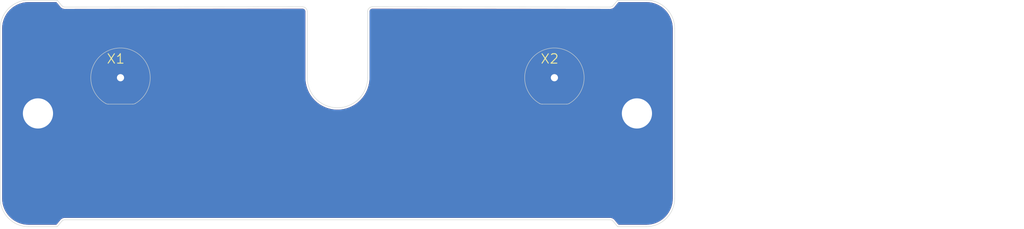
<source format=kicad_pcb>
(kicad_pcb (version 20241229) (generator "pcbnew") (generator_version "9.0")
  (layers (0 "F.Cu" signal) (2 "B.Cu" signal) (13 "F.Paste" user) (15 "B.Paste" user) (5 "F.SilkS" user "F.Silkscreen") (7 "B.SilkS" user "B.Silkscreen") (1 "F.Mask" user) (3 "B.Mask" user) (25 "Edge.Cuts" user))
  (net 0 "")
  (net 1 "GND")
  (footprint "AllSerial:SMA-D" (layer "F.Cu") (at 122.65 86.2)
    (property "Reference" "X1" (at -0.5 -2 0) (layer "F.SilkS") (effects (font (thickness 0.1))))
    (property "Value" "~" (hide yes))
    (fp_line (start 1.3 2.8) (end -1.3 2.8) (stroke (width 0.05)) (layer "Edge.Cuts"))
    (fp_arc (start -1.564593 2.733962) (mid 0 -3.15) (end 1.564593 2.733962) (stroke (width 0.05)) (layer "Edge.Cuts"))
    (fp_arc (start -1.3 2.8) (mid -1.436344 2.783256) (end -1.564489 2.733768) (stroke (width 0.05)) (layer "Edge.Cuts"))
    (fp_arc (start 1.563941 2.733768) (mid 1.436062 2.783189) (end 1.3 2.8) (stroke (width 0.05)) (layer "Edge.Cuts"))
    (pad "1" thru_hole circle (at 0 0) (size 9 9) (drill 0.762) (layers "*.Cu" "*.Mask") (net 1 "GND"))
  )
  (footprint "AllSerial:Frontpanel_GND_2_Holes" (layer "F.Cu") (at 145.65 101.9875)
    (property "Reference" "U1" (hide yes))
    (property "Value" "~" (hide yes))
    (fp_line (start -35.75 -3) (end -35.75 -21) (stroke (width 0.05)) (layer "Edge.Cuts"))
    (fp_line (start -32.75 -24) (end -29.7 -24) (stroke (width 0.05)) (layer "Edge.Cuts"))
    (fp_line (start -32.75 0) (end -29.7 0) (stroke (width 0.05)) (layer "Edge.Cuts"))
    (fp_line (start -29.2 -23.4) (end -29.7 -24) (stroke (width 0.05)) (layer "Edge.Cuts"))
    (fp_line (start -29.2 -0.6) (end -29.7 0) (stroke (width 0.05)) (layer "Edge.Cuts"))
    (fp_line (start -28.9 -23.275737) (end -3.7 -23.3) (stroke (width 0.05)) (layer "Edge.Cuts"))
    (fp_line (start -28.9 -0.724264) (end 28.9 -0.724264) (stroke (width 0.05)) (layer "Edge.Cuts"))
    (fp_line (start -3.2 -15.8) (end -3.2 -22.8) (stroke (width 0.05)) (layer "Edge.Cuts"))
    (fp_line (start 3.2 -22.8) (end 3.2 -15.8) (stroke (width 0.05)) (layer "Edge.Cuts"))
    (fp_line (start 3.7 -23.3) (end 28.9 -23.275736) (stroke (width 0.05)) (layer "Edge.Cuts"))
    (fp_line (start 29.7 -24) (end 29.2 -23.4) (stroke (width 0.05)) (layer "Edge.Cuts"))
    (fp_line (start 29.7 -24) (end 32.75 -24) (stroke (width 0.05)) (layer "Edge.Cuts"))
    (fp_line (start 29.7 0) (end 29.2 -0.6) (stroke (width 0.05)) (layer "Edge.Cuts"))
    (fp_line (start 32.75 0) (end 29.7 0) (stroke (width 0.05)) (layer "Edge.Cuts"))
    (fp_line (start 35.75 -21) (end 35.75 -3) (stroke (width 0.05)) (layer "Edge.Cuts"))
    (fp_arc (start -35.75 -21) (mid -34.87132 -23.12132) (end -32.75 -24) (stroke (width 0.05)) (layer "Edge.Cuts"))
    (fp_arc (start -32.75 0) (mid -34.87132 -0.87868) (end -35.75 -3) (stroke (width 0.05)) (layer "Edge.Cuts"))
    (fp_arc (start -29.2 -0.6) (mid -29.062359 -0.691969) (end -28.9 -0.724264) (stroke (width 0.05)) (layer "Edge.Cuts"))
    (fp_arc (start -28.9 -23.275736) (mid -29.062359 -23.308031) (end -29.2 -23.4) (stroke (width 0.05)) (layer "Edge.Cuts"))
    (fp_arc (start -3.7 -23.3) (mid -3.346447 -23.153553) (end -3.2 -22.8) (stroke (width 0.05)) (layer "Edge.Cuts"))
    (fp_arc (start 3.2 -22.8) (mid 3.346447 -23.153553) (end 3.7 -23.3) (stroke (width 0.05)) (layer "Edge.Cuts"))
    (fp_arc (start 3.2 -15.8) (mid 0 -12.6) (end -3.2 -15.8) (stroke (width 0.05)) (layer "Edge.Cuts"))
    (fp_arc (start 28.9 -0.724264) (mid 29.062359 -0.691969) (end 29.2 -0.6) (stroke (width 0.05)) (layer "Edge.Cuts"))
    (fp_arc (start 29.2 -23.4) (mid 29.062359 -23.308031) (end 28.9 -23.275736) (stroke (width 0.05)) (layer "Edge.Cuts"))
    (fp_arc (start 32.75 -24) (mid 34.87132 -23.12132) (end 35.75 -21) (stroke (width 0.05)) (layer "Edge.Cuts"))
    (fp_arc (start 35.75 -3) (mid 34.87132 -0.87868) (end 32.75 0) (stroke (width 0.05)) (layer "Edge.Cuts"))
    (pad "1" thru_hole circle (at -31.75 -12) (size 5 5) (drill 3.2) (layers "*.Cu" "*.Mask") (net 1 "GND"))
    (pad "2" thru_hole circle (at 31.75 -12) (size 5 5) (drill 3.2) (layers "*.Cu" "*.Mask") (net 1 "GND"))
  )
  (footprint "AllSerial:SMA-D" (layer "F.Cu") (at 168.65 86.2)
    (property "Reference" "X2" (at -0.5 -2 0) (layer "F.SilkS") (effects (font (thickness 0.1))))
    (property "Value" "~" (hide yes))
    (fp_line (start 1.3 2.8) (end -1.3 2.8) (stroke (width 0.05)) (layer "Edge.Cuts"))
    (fp_arc (start -1.564593 2.733962) (mid 0 -3.15) (end 1.564593 2.733962) (stroke (width 0.05)) (layer "Edge.Cuts"))
    (fp_arc (start -1.3 2.8) (mid -1.436344 2.783256) (end -1.564489 2.733768) (stroke (width 0.05)) (layer "Edge.Cuts"))
    (fp_arc (start 1.563941 2.733768) (mid 1.436062 2.783189) (end 1.3 2.8) (stroke (width 0.05)) (layer "Edge.Cuts"))
    (pad "1" thru_hole circle (at 0 0) (size 9 9) (drill 0.762) (layers "*.Cu" "*.Mask") (net 1 "GND"))
  )
  (zone (net 1) (net_name "GND") (layers "F.Cu" "B.Cu") (connect_pads yes (clearance 0.5)) (min_thickness 0.25) (fill yes (thermal_gap 0.5) (thermal_bridge_width 0.5))
    (polygon (pts (xy 109.9 78) (xy 109.9 102) (xy 181.4 102) (xy 181.4 78)))
  )
)
</source>
